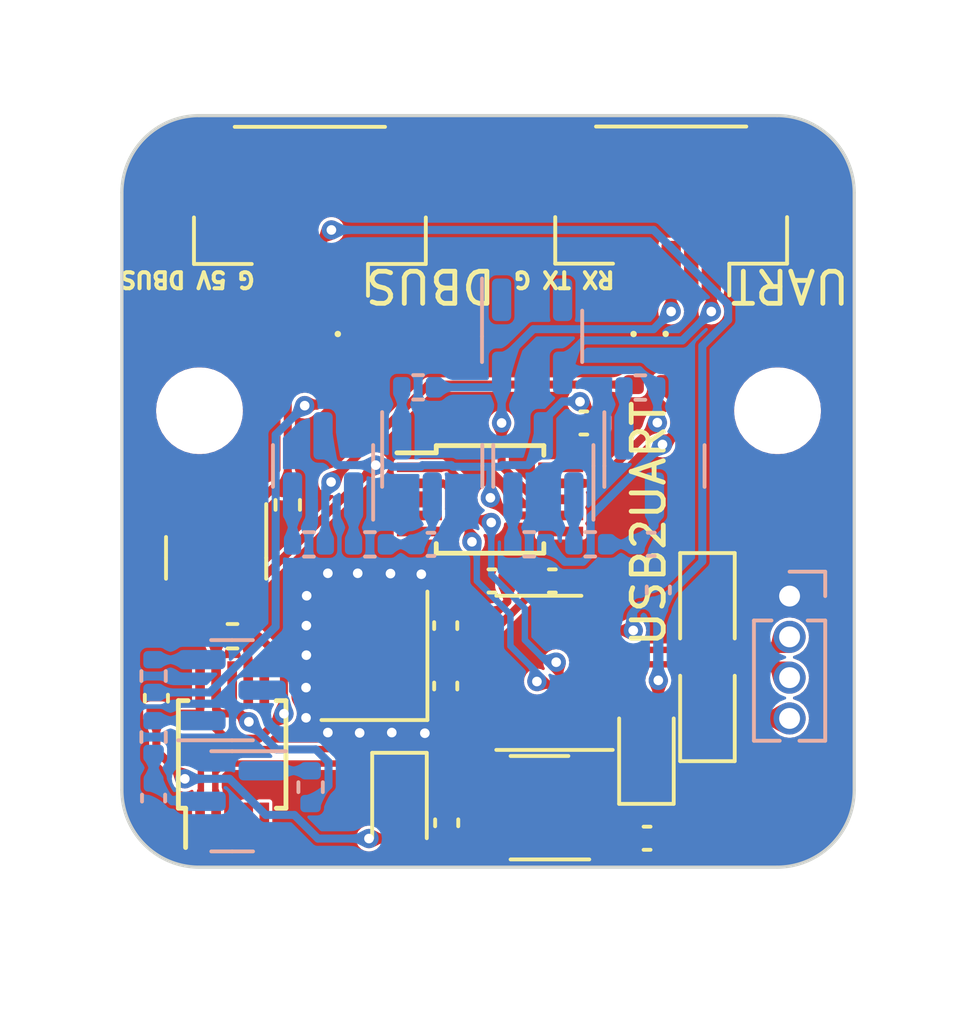
<source format=kicad_pcb>
(kicad_pcb (version 20221018) (generator pcbnew)
  (layers (0 "F.Cu" signal) (31 "B.Cu" signal) (34 "B.Paste" user) (35 "F.Paste" user) (36 "B.SilkS" user "B.Silkscreen") (37 "F.SilkS" user "F.Silkscreen") (38 "B.Mask" user) (39 "F.Mask" user) (44 "Edge.Cuts" user))
  (net 0 "")
  (net 1 "/USB_HUB/XOUT")
  (net 2 "GND")
  (net 3 "+5V")
  (net 4 "/USB_HUB/XIN")
  (net 5 "Net-(U1-VDD33)")
  (net 6 "Net-(U1-VDD18)")
  (net 7 "VCC")
  (net 8 "Net-(Q2-E)")
  (net 9 "Net-(Q4-E)")
  (net 10 "Net-(Q5-E)")
  (net 11 "/USB_HUB/D-")
  (net 12 "/USB_HUB/D+")
  (net 13 "Net-(D5-A)")
  (net 14 "Net-(D6-A)")
  (net 15 "Net-(D7-A)")
  (net 16 "/DBUS/DBus")
  (net 17 "/UART/RXD")
  (net 18 "/UART/TXD")
  (net 19 "Net-(Q1-C)")
  (net 20 "Net-(Q2-B)")
  (net 21 "Net-(Q3-B)")
  (net 22 "Net-(Q3-C)")
  (net 23 "Net-(Q4-B)")
  (net 24 "Net-(Q5-B)")
  (net 25 "Net-(Q6-B)")
  (net 26 "Net-(Q6-C)")
  (net 27 "Net-(Q7-B)")
  (net 28 "Net-(Q7-C)")
  (net 29 "/DBUS/D+")
  (net 30 "/DBUS/D-")
  (net 35 "/UART/D+")
  (net 36 "/UART/D-")
  (footprint "Package_TO_SOT_SMD:SOT-23-5_HandSoldering" (layer "F.Cu") (at 152.9 63.65 180)
    (fp_text reference "U5" hide)
    (fp_text value "HX9193")
  )
  (footprint "Capacitor_SMD:C_0402_1005Metric" (layer "F.Cu") (at 150.01 64.12 90)
    (fp_text reference "C13" hide)
    (fp_text value "100n")
  )
  (footprint "LED_SMD:LED_0402_1005Metric" (layer "F.Cu") (at 156.83 49.9875 -90)
    (fp_text reference "D7" hide)
    (fp_text value "BLUE")
  )
  (footprint "Capacitor_SMD:C_0402_1005Metric" (layer "F.Cu") (at 149.98 59.86 -90)
    (fp_text reference "C3" hide)
    (fp_text value "18p")
  )
  (footprint "Capacitor_SMD:C_0402_1005Metric" (layer "F.Cu") (at 153.3 56.59)
    (fp_text reference "C5" hide)
    (fp_text value "10u")
  )
  (footprint "Package_SO:MSOP-10_3x3mm_P0.5mm" (layer "F.Cu") (at 151.36 54.05)
    (fp_text reference "U3" hide)
    (fp_text value "CH340E")
  )
  (footprint "Resistor_SMD:R_0402_1005Metric" (layer "F.Cu") (at 143.34 58.31 180)
    (fp_text reference "R2" hide)
    (fp_text value "4.7K")
  )
  (footprint "EXTRA IC:SL2.1S-SSOP-16" (layer "F.Cu") (at 152.88 59.45 180)
    (fp_text reference "U1" hide)
    (fp_text value "SL2.1S")
  )
  (footprint "Package_SO:MSOP-10_3x3mm_P0.5mm" (layer "F.Cu") (at 143.33 61.99 90)
    (fp_text reference "U2" hide)
    (fp_text value "CH340E")
  )
  (footprint "Connector_JST:JST_GH_SM03B-GHS-TB_1x03-1MP_P1.25mm_Horizontal" (layer "F.Cu") (at 145.75 45.01 180)
    (fp_text reference "J1" hide)
    (fp_text value "Conn_01x03")
  )
  (footprint "Capacitor_SMD:C_0402_1005Metric" (layer "F.Cu") (at 154.28 51.67 180)
    (fp_text reference "C7" hide)
    (fp_text value "100n")
  )
  (footprint "Capacitor_SMD:C_0402_1005Metric" (layer "F.Cu") (at 140.97 60.24 90)
    (fp_text reference "C9" hide)
    (fp_text value "100n")
  )
  (footprint "Connector_JST:JST_GH_SM03B-GHS-TB_1x03-1MP_P1.25mm_Horizontal" (layer "F.Cu") (at 157 45 180)
    (fp_text reference "J3" hide)
    (fp_text value "Conn_01x03")
  )
  (footprint "Diode_SMD:D_SOD-323" (layer "F.Cu") (at 156.23 61.92 90)
    (fp_text reference "D1" hide)
    (fp_text value "BV05C")
  )
  (footprint "MountingHole:MountingHole_2.2mm_M2" (layer "F.Cu") (at 142.313 51.29)
    (fp_text reference "H1" hide)
    (fp_text value "MountingHole")
  )
  (footprint "Diode_SMD:D_SOD-323" (layer "F.Cu") (at 158.13 57.33 -90)
    (fp_text reference "D4" hide)
    (fp_text value "BV05C")
  )
  (footprint "LED_SMD:LED_0402_1005Metric" (layer "F.Cu") (at 155.83 49.99 -90)
    (fp_text reference "D6" hide)
    (fp_text value "RED")
  )
  (footprint "Diode_SMD:D_SOD-323" (layer "F.Cu") (at 158.13 60.59 90)
    (fp_text reference "D3" hide)
    (fp_text value "BV05C")
  )
  (footprint "Diode_SMD:D_SOD-323" (layer "F.Cu") (at 148.54 63.55 -90)
    (fp_text reference "D8" hide)
    (fp_text value "BV03C")
  )
  (footprint "Capacitor_SMD:C_0402_1005Metric" (layer "F.Cu") (at 149.98 57.98 90)
    (fp_text reference "C1" hide)
    (fp_text value "18p")
  )
  (footprint "Capacitor_SMD:C_0402_1005Metric" (layer "F.Cu") (at 151.42 56.59 180)
    (fp_text reference "C4" hide)
    (fp_text value "10u")
  )
  (footprint "Resistor_SMD:R_0402_1005Metric" (layer "F.Cu") (at 145.06 54.22 -90)
    (fp_text reference "R4" hide)
    (fp_text value "47K")
  )
  (footprint "LED_SMD:LED_0402_1005Metric" (layer "F.Cu") (at 146.62 49.99 -90)
    (fp_text reference "D5" hide)
    (fp_text value "YELLOW")
  )
  (footprint "Crystal:Crystal_SMD_3225-4Pin_3.2x2.5mm" (layer "F.Cu") (at 147.76 58.92 90)
    (fp_text reference "Y1" hide)
    (fp_text value "12M")
  )
  (footprint "MountingHole:MountingHole_2.2mm_M2" (layer "F.Cu") (at 160.313 51.29)
    (fp_text reference "H2" hide)
    (fp_text value "MountingHole")
  )
  (footprint "Capacitor_SMD:C_0402_1005Metric" (layer "F.Cu") (at 156.25 64.6)
    (fp_text reference "C12" hide)
    (fp_text value "100n")
  )
  (footprint "Package_TO_SOT_SMD:SOT-23" (layer "F.Cu") (at 142.83 55.87 -90)
    (fp_text reference "Q1" hide)
    (fp_text value "S8050")
  )
  (footprint "Resistor_SMD:R_0402_1005Metric" (layer "B.Cu") (at 147.62 55.45 180)
    (fp_text reference "R9" hide)
    (fp_text value "1K")
  )
  (footprint "Package_TO_SOT_SMD:SOT-23" (layer "B.Cu") (at 156.48 53.01 -90)
    (fp_text reference "Q5" hide)
    (fp_text value "Q_PNP_BCE")
  )
  (footprint "Package_TO_SOT_SMD:SOT-23" (layer "B.Cu") (at 149.56 53.0075 -90)
    (fp_text reference "Q4" hide)
    (fp_text value "Q_PNP_BCE")
  )
  (footprint "Package_TO_SOT_SMD:SOT-23" (layer "B.Cu") (at 146.16 53.0075 90)
    (fp_text reference "Q6" hide)
    (fp_text value "Q_PNP_BCE")
  )
  (footprint "Package_TO_SOT_SMD:SOT-23" (layer "B.Cu") (at 143.33 63.45 180)
    (fp_text reference "Q2" hide)
    (fp_text value "Q_PNP_BCE")
  )
  (footprint "Capacitor_SMD:C_0402_1005Metric" (layer "B.Cu") (at 140.8825 63.35 -90)
    (fp_text reference "C8" hide)
    (fp_text value "1u")
  )
  (footprint "Resistor_SMD:R_0402_1005Metric" (layer "B.Cu") (at 140.8825 61.45 90)
    (fp_text reference "R5" hide)
    (fp_text value "1K")
  )
  (footprint "Resistor_SMD:R_0402_1005Metric" (layer "B.Cu") (at 140.8825 59.55 -90)
    (fp_text reference "R6" hide)
    (fp_text value "240")
  )
  (footprint "Resistor_SMD:R_0402_1005Metric" (layer "B.Cu") (at 152.58 55.4475)
    (fp_text reference "R12" hide)
    (fp_text value "240")
  )
  (footprint "Resistor_SMD:R_0402_1005Metric" (layer "B.Cu") (at 145.7725 63.01 90)
    (fp_text reference "R3" hide)
    (fp_text value "1K")
  )
  (footprint "Capacitor_SMD:C_0402_1005Metric" (layer "B.Cu") (at 156.38 55.4475)
    (fp_text reference "C11" hide)
    (fp_text value "1u")
  )
  (footprint "Capacitor_SMD:C_0402_1005Metric" (layer "B.Cu") (at 156.6 56.87 90)
    (fp_text reference "C2" hide)
    (fp_text value "100n")
  )
  (footprint "Resistor_SMD:R_0402_1005Metric" (layer "B.Cu") (at 156.04 50.5675 180)
    (fp_text reference "R8" hide)
    (fp_text value "1K")
  )
  (footprint "Package_TO_SOT_SMD:SOT-23-5" (layer "B.Cu") (at 152.67 48.9725 -90)
    (fp_text reference "U4" hide)
    (fp_text value "ESDS314")
  )
  (footprint "Resistor_SMD:R_0402_1005Metric" (layer "B.Cu") (at 154.48 55.4475 180)
    (fp_text reference "R10" hide)
    (fp_text value "1K")
  )
  (footprint "Resistor_SMD:R_0402_1005Metric" (layer "B.Cu") (at 145.72 55.45)
    (fp_text reference "R11" hide)
    (fp_text value "240")
  )
  (footprint "Capacitor_SMD:C_0402_1005Metric" (layer "B.Cu") (at 149.52 55.45)
    (fp_text reference "C10" hide)
    (fp_text value "1u")
  )
  (footprint "Connector_PinHeader_1.27mm:PinHeader_1x04_P1.27mm_Vertical" (layer "B.Cu") (at 160.688 57.06 180)
    (fp_text reference "J2" hide)
    (fp_text value "Conn_01x04")
  )
  (footprint "Package_TO_SOT_SMD:SOT-23" (layer "B.Cu") (at 143.325 59.99)
    (fp_text reference "Q3" hide)
    (fp_text value "Q_PNP_BCE")
  )
  (footprint "Package_TO_SOT_SMD:SOT-23" (layer "B.Cu") (at 153.02 53.0075 90)
    (fp_text reference "Q7" hide)
    (fp_text value "Q_PNP_BCE")
  )
  (footprint "Resistor_SMD:R_0402_1005Metric" (layer "B.Cu") (at 149.12 50.56 180)
    (fp_text reference "R7" hide)
    (fp_text value "1K")
  )
  (gr_arc (start 160.3 42.1) (mid 161.997056 42.802944) (end 162.7 44.5) (stroke (width 0.1)) (layer "Edge.Cuts"))
  (gr_line (start 162.7 44.5) (end 162.7 63.1) (stroke (width 0.1)) (layer "Edge.Cuts"))
  (gr_arc (start 139.897056 44.5) (mid 140.6 42.802944) (end 142.297056 42.1) (stroke (width 0.1)) (layer "Edge.Cuts"))
  (gr_line (start 142.297056 42.1) (end 160.3 42.1) (stroke (width 0.1)) (layer "Edge.Cuts"))
  (gr_arc (start 142.297056 65.5) (mid 140.6 64.797056) (end 139.897056 63.1) (stroke (width 0.1)) (layer "Edge.Cuts"))
  (gr_line (start 139.897056 63.1) (end 139.897056 44.5) (stroke (width 0.1)) (layer "Edge.Cuts"))
  (gr_arc (start 162.7 63.1) (mid 161.997056 64.797056) (end 160.3 65.5) (stroke (width 0.1)) (layer "Edge.Cuts"))
  (gr_line (start 142.297056 65.5) (end 160.3 65.5) (stroke (width 0.1)) (layer "Edge.Cuts"))
  (gr_text "RX TX G" (at 155.3 47.2 180) (layer "F.SilkS") (effects (font (size 0.5 0.5) (thickness 0.125) bold) (justify left)))
  (gr_text "G 5V DBUS" (at 144.1 47.2 180) (layer "F.SilkS") (effects (font (size 0.5 0.5) (thickness 0.125) bold) (justify left)))
  (gr_text "DBUS" (at 149.5 47.4 180) (layer "F.SilkS") (effects (font (size 1 1))))
  (gr_text "USB2UART" (at 156.3 54.8 90) (layer "F.SilkS") (effects (font (size 1 1))))
  (gr_text "UART" (at 160.7 47.4 180) (layer "F.SilkS") (effects (font (size 1 1))))
  (segment (start 150.175 58.655) (end 149.98 58.46) (width 0.25) (layer "F.Cu") (net 1))
  (segment (start 149.695 58.745) (end 149.98 58.46) (width 0.25) (layer "F.Cu") (net 1))
  (segment (start 147.835 58.745) (end 149.695 58.745) (width 0.25) (layer "F.Cu") (net 1))
  (segment (start 146.91 57.82) (end 147.835 58.745) (width 0.25) (layer "F.Cu") (net 1))
  (segment (start 151.08 58.655) (end 150.175 58.655) (width 0.25) (layer "F.Cu") (net 1))
  (segment (start 148.29 61.32) (end 148.3 61.31) (width 0.25) (layer "F.Cu") (net 2))
  (segment (start 149.98 60.91) (end 149.98 60.34) (width 0.25) (layer "F.Cu") (net 2))
  (segment (start 145.65 57) (end 145.65 57.05) (width 0.25) (layer "F.Cu") (net 2))
  (segment (start 146.26 56.39) (end 145.65 57) (width 0.25) (layer "F.Cu") (net 2))
  (segment (start 148.63 56.39) (end 148.29 56.39) (width 0.25) (layer "F.Cu") (net 2))
  (segment (start 145.65 57.99) (end 145.65 58.89) (width 0.25) (layer "F.Cu") (net 2))
  (segment (start 147.28 56.39) (end 147.24 56.35) (width 0.25) (layer "F.Cu") (net 2))
  (segment (start 145.65 57.97) (end 145.64 57.98) (width 0.25) (layer "F.Cu") (net 2))
  (segment (start 148.31 61.32) (end 149.32 61.32) (width 0.25) (layer "F.Cu") (net 2))
  (segment (start 145.65 58.91) (end 145.65 59.89) (width 0.25) (layer "F.Cu") (net 2))
  (segment (start 149.32 61.32) (end 149.33 61.33) (width 0.25) (layer "F.Cu") (net 2))
  (segment (start 148.61 56.41) (end 148.63 56.39) (width 0.25) (layer "F.Cu") (net 2))
  (segment (start 146.3 61.32) (end 146.31 61.31) (width 0.25) (layer "F.Cu") (net 2))
  (segment (start 145.64 57.98) (end 145.65 57.99) (width 0.25) (layer "F.Cu") (net 2))
  (segment (start 149.98 57.07) (end 149.3 56.39) (width 0.25) (layer "F.Cu") (net 2))
  (segment (start 149.23 56.39) (end 149.22 56.38) (width 0.25) (layer "F.Cu") (net 2))
  (segment (start 146.27 56.39) (end 146.26 56.39) (width 0.25) (layer "F.Cu") (net 2))
  (segment (start 148.61 57.82) (end 148.61 56.41) (width 0.25) (layer "F.Cu") (net 2))
  (segment (start 145.64 58.9) (end 145.65 58.91) (width 0.25) (layer "F.Cu") (net 2))
  (segment (start 145.65 60.87) (end 146.1 61.32) (width 0.25) (layer "F.Cu") (net 2))
  (segment (start 149.98 57.5) (end 149.98 57.07) (width 0.25) (layer "F.Cu") (net 2))
  (segment (start 148.26 56.36) (end 148.23 56.39) (width 0.25) (layer "F.Cu") (net 2))
  (segment (start 146.1 61.32) (end 146.3 61.32) (width 0.25) (layer "F.Cu") (net 2))
  (segment (start 145.65 57.05) (end 145.65 57.97) (width 0.25) (layer "F.Cu") (net 2))
  (segment (start 146.31 61.31) (end 146.32 61.32) (width 0.25) (layer "F.Cu") (net 2))
  (segment (start 147.2 56.39) (end 146.35 56.39) (width 0.25) (layer "F.Cu") (net 2))
  (segment (start 146.35 56.39) (end 146.31 56.35) (width 0.25) (layer "F.Cu") (net 2))
  (segment (start 146.31 56.35) (end 146.27 56.39) (width 0.25) (layer "F.Cu") (net 2))
  (segment (start 145.65 58.89) (end 145.64 58.9) (width 0.25) (layer "F.Cu") (net 2))
  (segment (start 149.34 61.32) (end 149.57 61.32) (width 0.25) (layer "F.Cu") (net 2))
  (segment (start 145.65 59.93) (end 145.63 60.85) (width 0.25) (layer "F.Cu") (net 2))
  (segment (start 149.33 61.33) (end 149.34 61.32) (width 0.25) (layer "F.Cu") (net 2))
  (segment (start 146.91 61.32) (end 147.3 61.32) (width 0.25) (layer "F.Cu") (net 2))
  (segment (start 147.3 61.32) (end 148.29 61.32) (width 0.25) (layer "F.Cu") (net 2))
  (segment (start 146.32 61.32) (end 146.91 61.32) (width 0.25) (layer "F.Cu") (net 2))
  (segment (start 145.63 59.91) (end 145.65 59.93) (width 0.25) (layer "F.Cu") (net 2))
  (segment (start 147.24 56.35) (end 147.2 56.39) (width 0.25) (layer "F.Cu") (net 2))
  (segment (start 149.21 56.39) (end 148.63 56.39) (width 0.25) (layer "F.Cu") (net 2))
  (segment (start 149.22 56.38) (end 149.21 56.39) (width 0.25) (layer "F.Cu") (net 2))
  (segment (start 148.23 56.39) (end 147.28 56.39) (width 0.25) (layer "F.Cu") (net 2))
  (segment (start 145.65 59.89) (end 145.63 59.91) (width 0.25) (layer "F.Cu") (net 2))
  (segment (start 146.91 60.02) (end 146.91 61.32) (width 0.25) (layer "F.Cu") (net 2))
  (segment (start 149.3 56.39) (end 149.23 56.39) (width 0.25) (layer "F.Cu") (net 2))
  (segment (start 145.63 60.85) (end 145.65 60.87) (width 0.25) (layer "F.Cu") (net 2))
  (segment (start 148.3 61.31) (end 148.31 61.32) (width 0.25) (layer "F.Cu") (net 2))
  (segment (start 149.57 61.32) (end 149.98 60.91) (width 0.25) (layer "F.Cu") (net 2))
  (segment (start 148.29 56.39) (end 148.26 56.36) (width 0.25) (layer "F.Cu") (net 2))
  (via (at 146.31 61.31) (size 0.6) (drill 0.3) (layers "F.Cu" "B.Cu") (net 2))
  (via (at 146.31 56.35) (size 0.6) (drill 0.3) (layers "F.Cu" "B.Cu") (net 2))
  (via (at 145.65 57.05) (size 0.6) (drill 0.3) (layers "F.Cu" "B.Cu") (net 2))
  (via (at 145.64 57.98) (size 0.6) (drill 0.3) (layers "F.Cu" "B.Cu") (net 2))
  (via (at 145.63 60.85) (size 0.6) (drill 0.3) (layers "F.Cu" "B.Cu") (net 2))
  (via (at 145.63 59.91) (size 0.6) (drill 0.3) (layers "F.Cu" "B.Cu") (net 2))
  (via (at 145.64 58.9) (size 0.6) (drill 0.3) (layers "F.Cu" "B.Cu") (net 2))
  (via (at 148.3 61.31) (size 0.6) (drill 0.3) (layers "F.Cu" "B.Cu") (net 2))
  (via (at 148.26 56.36) (size 0.6) (drill 0.3) (layers "F.Cu" "B.Cu") (net 2))
  (via (at 149.22 56.38) (size 0.6) (drill 0.3) (layers "F.Cu" "B.Cu") (net 2))
  (via (at 147.24 56.35) (size 0.6) (drill 0.3) (layers "F.Cu" "B.Cu") (net 2))
  (via (at 147.3 61.32) (size 0.6) (drill 0.3) (layers "F.Cu" "B.Cu") (net 2))
  (via (at 149.33 61.33) (size 0.6) (drill 0.3) (layers "F.Cu" "B.Cu") (net 2))
  (segment (start 156.23 61.9) (end 155.43 62.7) (width 0.32) (layer "F.Cu") (net 3))
  (segment (start 155.82 58.13) (end 154.685 58.13) (width 0.25) (layer "F.Cu") (net 3))
  (segment (start 156.23 60.87) (end 156.23 61.9) (width 0.32) (layer "F.Cu") (net 3))
  (segment (start 145.75 46.86) (end 145.75 46.33) (width 0.25) (layer "F.Cu") (net 3))
  (segment (start 160.688 60.87) (end 156.23 60.87) (width 0.32) (layer "F.Cu") (net 3))
  (segment (start 155.43 62.7) (end 154.25 62.7) (width 0.32) (layer "F.Cu") (net 3))
  (segment (start 154.25 62.7) (end 153.575 62.7) (width 0.32) (layer "F.Cu") (net 3))
  (segment (start 156.6 60.5) (end 156.23 60.87) (width 0.32) (layer "F.Cu") (net 3))
  (segment (start 153.575 62.7) (end 153.2 63.075) (width 0.32) (layer "F.Cu") (net 3))
  (segment (start 155.77 64.6) (end 154.25 64.6) (width 0.32) (layer "F.Cu") (net 3))
  (segment (start 156.6 59.684501) (end 156.6 60.5) (width 0.32) (layer "F.Cu") (net 3))
  (segment (start 153.2 63.075) (end 153.2 64.225) (width 0.32) (layer "F.Cu") (net 3))
  (segment (start 145.75 46.33) (end 146.42 45.66) (width 0.25) (layer "F.Cu") (net 3))
  (segment (start 153.2 64.225) (end 153.575 64.6) (width 0.32) (layer "F.Cu") (net 3))
  (segment (start 153.575 64.6) (end 154.25 64.6) (width 0.32) (layer "F.Cu") (net 3))
  (segment (start 154.685 58.13) (end 154.68 58.125) (width 0.25) (layer "F.Cu") (net 3))
  (via (at 146.42 45.66) (size 0.6) (drill 0.3) (layers "F.Cu" "B.Cu") (net 3))
  (via (at 155.82 58.13) (size 0.6) (drill 0.3) (layers "F.Cu" "B.Cu") (net 3))
  (via (at 156.6 59.684501) (size 0.6) (drill 0.3) (layers "F.Cu" "B.Cu") (net 3))
  (segment (start 146.42 45.66) (end 156.452463 45.66) (width 0.25) (layer "B.Cu") (net 3))
  (segment (start 158.775 47.982537) (end 158.775 48.465) (width 0.25) (layer "B.Cu") (net 3))
  (segment (start 155.82 57.55) (end 156.02 57.35) (width 0.25) (layer "B.Cu") (net 3))
  (segment (start 156.452463 45.66) (end 158.775 47.982537) (width 0.25) (layer "B.Cu") (net 3))
  (segment (start 156.6 59.684501) (end 156.6 57.35) (width 0.32) (layer "B.Cu") (net 3))
  (segment (start 155.82 58.13) (end 155.82 57.55) (width 0.25) (layer "B.Cu") (net 3))
  (segment (start 157.97 55.98) (end 156.6 57.35) (width 0.25) (layer "B.Cu") (net 3))
  (segment (start 156.02 57.35) (end 156.6 57.35) (width 0.25) (layer "B.Cu") (net 3))
  (segment (start 158.775 48.465) (end 157.97 49.27) (width 0.25) (layer "B.Cu") (net 3))
  (segment (start 157.97 49.27) (end 157.97 55.98) (width 0.25) (layer "B.Cu") (net 3))
  (segment (start 149.98 59.38) (end 149.25 59.38) (width 0.25) (layer "F.Cu") (net 4))
  (segment (start 149.25 59.38) (end 148.61 60.02) (width 0.25) (layer "F.Cu") (net 4))
  (segment (start 151.08 59.185) (end 150.175 59.185) (width 0.25) (layer "F.Cu") (net 4))
  (segment (start 150.175 59.185) (end 149.98 59.38) (width 0.25) (layer "F.Cu") (net 4))
  (segment (start 151.9 57.23) (end 151.9 56.59) (width 0.25) (layer "F.Cu") (net 5))
  (segment (start 151.535 57.595) (end 151.9 57.23) (width 0.25) (layer "F.Cu") (net 5))
  (segment (start 151.08 57.595) (end 151.535 57.595) (width 0.25) (layer "F.Cu") (net 5))
  (segment (start 151.08 58.125) (end 151.499974 58.125) (width 0.25) (layer "F.Cu") (net 6))
  (segment (start 152.82 56.804974) (end 152.82 56.59) (width 0.25) (layer "F.Cu") (net 6))
  (segment (start 151.499974 58.125) (end 152.82 56.804974) (width 0.25) (layer "F.Cu") (net 6))
  (segment (start 144.15 58.31) (end 144.942087 59.102087) (width 0.25) (layer "F.Cu") (net 7))
  (segment (start 143.83 59.79) (end 143.83 58.33) (width 0.25) (layer "F.Cu") (net 7))
  (segment (start 154.76 52.45) (end 154.16 53.05) (width 0.25) (layer "F.Cu") (net 7))
  (segment (start 143.14 61.5) (end 142.33 60.69) (width 0.25) (layer "F.Cu") (net 7))
  (segment (start 154.76 51.67) (end 154.76 51.606558) (width 0.25) (layer "F.Cu") (net 7))
  (segment (start 143.83 58.33) (end 143.85 58.31) (width 0.25) (layer "F.Cu") (net 7))
  (segment (start 144.942087 59.102087) (end 144.942087 60.723198) (width 0.25) (layer "F.Cu") (net 7))
  (segment (start 144.942087 60.723198) (end 144.165285 61.5) (width 0.25) (layer "F.Cu") (net 7))
  (segment (start 154.76 51.67) (end 154.76 52.45) (width 0.25) (layer "F.Cu") (net 7))
  (segment (start 153.56 54.55) (end 151.9205 54.55) (width 0.25) (layer "F.Cu") (net 7))
  (segment (start 154.16 53.05) (end 153.56 53.05) (width 0.25) (layer "F.Cu") (net 7))
  (segment (start 140.97 61.865) (end 141.8555 62.7505) (width 0.25) (layer "F.Cu") (net 7))
  (segment (start 140.97 60.72) (end 140.97 61.865) (width 0.25) (layer "F.Cu") (net 7))
  (segment (start 142.3 60.72) (end 140.97 60.72) (width 0.25) (layer "F.Cu") (net 7))
  (segment (start 154.76 51.606558) (end 154.161515 51.008073) (width 0.25) (layer "F.Cu") (net 7))
  (segment (start 144.165285 61.5) (end 143.14 61.5) (width 0.25) (layer "F.Cu") (net 7))
  (segment (start 142.33 59.79) (end 142.33 60.69) (width 0.25) (layer "F.Cu") (net 7))
  (segment (start 142.33 60.69) (end 142.3 60.72) (width 0.25) (layer "F.Cu") (net 7))
  (segment (start 150.01 64.6) (end 148.54 64.6) (width 0.25) (layer "F.Cu") (net 7))
  (segment (start 151.9205 54.55) (end 151.3705 54) (width 0.25) (layer "F.Cu") (net 7))
  (segment (start 148.53 64.61) (end 148.54 64.6) (width 0.25) (layer "F.Cu") (net 7))
  (segment (start 143.85 58.31) (end 144.15 58.31) (width 0.25) (layer "F.Cu") (net 7))
  (segment (start 143.85 56.9325) (end 147.8 52.9825) (width 0.25) (layer "F.Cu") (net 7))
  (segment (start 151.55 64.6) (end 150.01 64.6) (width 0.25) (layer "F.Cu") (net 7))
  (segment (start 143.85 58.31) (end 143.85 56.9325) (width 0.25) (layer "F.Cu") (net 7))
  (segment (start 147.59 64.61) (end 148.53 64.61) (width 0.25) (layer "F.Cu") (net 7))
  (via (at 151.3705 54) (size 0.6) (drill 0.3) (layers "F.Cu" "B.Cu") (net 7))
  (via (at 147.8 52.9825) (size 0.6) (drill 0.3) (layers "F.Cu" "B.Cu") (net 7))
  (via (at 144.942087 60.723198) (size 0.6) (drill 0.3) (layers "F.Cu" "B.Cu") (net 7))
  (via (at 141.8555 62.7505) (size 0.6) (drill 0.3) (layers "F.Cu" "B.Cu") (net 7))
  (via (at 147.59 64.61) (size 0.6) (drill 0.3) (layers "F.Cu" "B.Cu") (net 7))
  (via (at 154.161515 51.008073) (size 0.6) (drill 0.3) (layers "F.Cu" "B.Cu") (net 7))
  (segment (start 144.942087 60.212087) (end 144.72 59.99) (width 0.25) (layer "B.Cu") (net 7))
  (segment (start 146.16 52.54) (end 146.6025 52.9825) (width 0.25) (layer "B.Cu") (net 7))
  (segment (start 146.6025 52.9825) (end 147.8 52.9825) (width 0.25) (layer "B.Cu") (net 7))
  (segment (start 151.6875 53.0325) (end 151.7375 52.9825) (width 0.25) (layer "B.Cu") (net 7))
  (segment (start 154.161515 51.008073) (end 153.611927 51.008073) (width 0.25) (layer "B.Cu") (net 7))
  (segment (start 146.16 52.07) (end 146.16 52.54) (width 0.25) (layer "B.Cu") (net 7))
  (segment (start 149.25467 52.9825) (end 150.15467 52.9825) (width 0.25) (layer "B.Cu") (net 7))
  (segment (start 141.8555 62.7505) (end 143.25017 62.7505) (width 0.25) (layer "B.Cu") (net 7))
  (segment (start 143.25017 62.7505) (end 144.37467 63.875) (width 0.25) (layer "B.Cu") (net 7))
  (segment (start 149.20467 53.0325) (end 149.25467 52.9825) (width 0.25) (layer "B.Cu") (net 7))
  (segment (start 144.37467 63.875) (end 145.265 63.875) (width 0.25) (layer "B.Cu") (net 7))
  (segment (start 146 64.61) (end 147.59 64.61) (width 0.25) (layer "B.Cu") (net 7))
  (segment (start 147.8 52.9825) (end 148.25467 52.9825) (width 0.25) (layer "B.Cu") (net 7))
  (segment (start 144.72 59.99) (end 144.2625 59.99) (width 0.25) (layer "B.Cu") (net 7))
  (segment (start 150.20467 53.0325) (end 151.4 53.0325) (width 0.25) (layer "B.Cu") (net 7))
  (segment (start 151.3705 54) (end 151.3705 53.062) (width 0.25) (layer "B.Cu") (net 7))
  (segment (start 148.30467 53.0325) (end 149.20467 53.0325) (width 0.25) (layer "B.Cu") (net 7))
  (segment (start 144.942087 60.723198) (end 144.942087 60.212087) (width 0.25) (layer "B.Cu") (net 7))
  (segment (start 151.3705 53.062) (end 151.4 53.0325) (width 0.25) (layer "B.Cu") (net 7))
  (segment (start 145.265 63.875) (end 146 64.61) (width 0.25) (layer "B.Cu") (net 7))
  (segment (start 151.7375 52.9825) (end 152.5525 52.9825) (width 0.25) (layer "B.Cu") (net 7))
  (segment (start 153.02 51.6) (end 153.02 52.07) (width 0.25) (layer "B.Cu") (net 7))
  (segment (start 153.611927 51.008073) (end 153.02 51.6) (width 0.25) (layer "B.Cu") (net 7))
  (segment (start 148.25467 52.9825) (end 148.30467 53.0325) (width 0.25) (layer "B.Cu") (net 7))
  (segment (start 150.15467 52.9825) (end 150.20467 53.0325) (width 0.25) (layer "B.Cu") (net 7))
  (segment (start 153.02 52.515) (end 152.5525 52.9825) (width 0.25) (layer "B.Cu") (net 7))
  (segment (start 151.4 53.0325) (end 151.6875 53.0325) (width 0.25) (layer "B.Cu") (net 7))
  (segment (start 153.02 52.07) (end 153.02 52.515) (width 0.25) (layer "B.Cu") (net 7))
  (segment (start 140.8825 62.87) (end 140.8825 61.96) (width 0.25) (layer "B.Cu") (net 8))
  (segment (start 142.3925 63.45) (end 141.4625 63.45) (width 0.25) (layer "B.Cu") (net 8))
  (segment (start 141.4625 63.45) (end 140.8825 62.87) (width 0.25) (layer "B.Cu") (net 8))
  (segment (start 148.13 55.45) (end 149.04 55.45) (width 0.25) (layer "B.Cu") (net 9))
  (segment (start 149.56 53.945) (end 149.56 54.93) (width 0.25) (layer "B.Cu") (net 9))
  (segment (start 149.56 54.93) (end 149.04 55.45) (width 0.25) (layer "B.Cu") (net 9))
  (segment (start 156.48 54.8675) (end 155.9 55.4475) (width 0.25) (layer "B.Cu") (net 10))
  (segment (start 156.48 53.9475) (end 156.48 54.8675) (width 0.25) (layer "B.Cu") (net 10))
  (segment (start 155.9 55.4475) (end 154.99 55.4475) (width 0.25) (layer "B.Cu") (net 10))
  (segment (start 160.688 59.6) (end 160.278 59.19) (width 0.2) (layer "F.Cu") (net 11))
  (segment (start 159.3618 59.19) (end 159.356801 59.185001) (width 0.2) (layer "F.Cu") (net 11))
  (segment (start 160.278 59.19) (end 159.3618 59.19) (width 0.2) (layer "F.Cu") (net 11))
  (segment (start 159.356801 59.185001) (end 158.484999 59.185001) (width 0.2) (layer "F.Cu") (net 11))
  (segment (start 158.484999 59.185001) (end 158.13 59.54) (width 0.2) (layer "F.Cu") (net 11))
  (segment (start 157.775001 59.185001) (end 158.13 59.54) (width 0.2) (layer "F.Cu") (net 11))
  (segment (start 154.68 59.185) (end 157.775001 59.185001) (width 0.2) (layer "F.Cu") (net 11))
  (segment (start 158.484999 58.734999) (end 158.13 58.38) (width 0.2) (layer "F.Cu") (net 12))
  (segment (start 160.278 58.74) (end 159.5482 58.74) (width 0.2) (layer "F.Cu") (net 12))
  (segment (start 160.688 58.33) (end 160.278 58.74) (width 0.2) (layer "F.Cu") (net 12))
  (segment (start 157.775001 58.734999) (end 158.13 58.38) (width 0.2) (layer "F.Cu") (net 12))
  (segment (start 159.5482 58.74) (end 159.543199 58.734999) (width 0.2) (layer "F.Cu") (net 12))
  (segment (start 154.68 58.655) (end 154.759999 58.734999) (width 0.2) (layer "F.Cu") (net 12))
  (segment (start 154.759999 58.734999) (end 157.775001 58.734999) (width 0.2) (layer "F.Cu") (net 12))
  (segment (start 159.543199 58.734999) (end 158.484999 58.734999) (width 0.2) (layer "F.Cu") (net 12))
  (segment (start 145.964787 51.130213) (end 146.62 50.475) (width 0.25) (layer "F.Cu") (net 13))
  (segment (start 145.588284 51.130213) (end 145.964787 51.130213) (width 0.25) (layer "F.Cu") (net 13))
  (via (at 145.588284 51.130213) (size 0.6) (drill 0.3) (layers "F.Cu" "B.Cu") (net 13))
  (segment (start 144.685 52.033497) (end 145.588284 51.130213) (width 0.25) (layer "B.Cu") (net 13))
  (segment (start 144.685 58.01033) (end 144.685 52.033497) (width 0.25) (layer "B.Cu") (net 13))
  (segment (start 140.8825 60.06) (end 142.63533 60.06) (width 0.25) (layer "B.Cu") (net 13))
  (segment (start 142.63533 60.06) (end 144.685 58.01033) (width 0.25) (layer "B.Cu") (net 13))
  (segment (start 149.4425 50.475) (end 155.83 50.475) (width 0.25) (layer "F.Cu") (net 14))
  (segment (start 146.4105 53.507) (end 149.4425 50.475) (width 0.25) (layer "F.Cu") (net 14))
  (via (at 146.4105 53.507) (size 0.6) (drill 0.3) (layers "F.Cu" "B.Cu") (net 14))
  (segment (start 146.23 55.45) (end 146.23 53.6875) (width 0.25) (layer "B.Cu") (net 14))
  (segment (start 146.23 53.6875) (end 146.4105 53.507) (width 0.25) (layer "B.Cu") (net 14))
  (segment (start 157.095 50.7375) (end 156.83 50.4725) (width 0.25) (layer "F.Cu") (net 15))
  (segment (start 157.095 51.976339) (end 157.095 50.7375) (width 0.25) (layer "F.Cu") (net 15))
  (segment (start 156.7305 52.340839) (end 157.095 51.976339) (width 0.25) (layer "F.Cu") (net 15))
  (via (at 156.7305 52.340839) (size 0.6) (drill 0.3) (layers "F.Cu" "B.Cu") (net 15))
  (segment (start 153.140883 55.4475) (end 153.685883 55.9925) (width 0.25) (layer "B.Cu") (net 15))
  (segment (start 153.685883 55.9925) (end 154.254117 55.9925) (width 0.25) (layer "B.Cu") (net 15))
  (segment (start 154.495 55.751617) (end 154.495 54.576339) (width 0.25) (layer "B.Cu") (net 15))
  (segment (start 154.495 54.576339) (end 156.7305 52.340839) (width 0.25) (layer "B.Cu") (net 15))
  (segment (start 153.09 55.4475) (end 153.140883 55.4475) (width 0.25) (layer "B.Cu") (net 15))
  (segment (start 154.254117 55.9925) (end 154.495 55.751617) (width 0.25) (layer "B.Cu") (net 15))
  (segment (start 143.78 54.9325) (end 143.78 54.52) (width 0.25) (layer "F.Cu") (net 16))
  (segment (start 145.06 53.71) (end 145.06 47.96) (width 0.25) (layer "F.Cu") (net 16))
  (segment (start 143.78 54.52) (end 144.59 53.71) (width 0.25) (layer "F.Cu") (net 16))
  (segment (start 144.59 53.71) (end 145.06 53.71) (width 0.25) (layer "F.Cu") (net 16))
  (segment (start 145.06 47.96) (end 144.5 47.4) (width 0.25) (layer "F.Cu") (net 16))
  (segment (start 144.5 47.4) (end 144.5 46.86) (width 0.25) (layer "F.Cu") (net 16))
  (segment (start 158.25 48.2) (end 158.25 46.85) (width 0.25) (layer "F.Cu") (net 17))
  (segment (start 154.68 53.55) (end 156.57 51.66) (width 0.25) (layer "F.Cu") (net 17))
  (segment (start 153.56 53.55) (end 154.68 53.55) (width 0.25) (layer "F.Cu") (net 17))
  (via (at 156.57 51.66) (size 0.6) (drill 0.3) (layers "F.Cu" "B.Cu") (net 17))
  (via (at 158.25 48.2) (size 0.6) (drill 0.3) (layers "F.Cu" "B.Cu") (net 17))
  (segment (start 156.57 50.5875) (end 156.55 50.5675) (width 0.25) (layer "B.Cu") (net 17))
  (segment (start 154.27 49.1) (end 157.35 49.1) (width 0.25) (layer "B.Cu") (net 17))
  (segment (start 156.55 50.5675) (end 156.005 50.0225) (width 0.25) (layer "B.Cu") (net 17))
  (segment (start 153.62 50.11) (end 153.62 49.75) (width 0.25) (layer "B.Cu") (net 17))
  (segment (start 153.7075 50.0225) (end 153.62 50.11) (width 0.25) (layer "B.Cu") (net 17))
  (segment (start 157.35 49.1) (end 158.25 48.2) (width 0.25) (layer "B.Cu") (net 17))
  (segment (start 156.005 50.0225) (end 153.7075 50.0225) (width 0.25) (layer "B.Cu") (net 17))
  (segment (start 156.57 51.66) (end 156.57 50.5875) (width 0.25) (layer "B.Cu") (net 17))
  (segment (start 153.62 49.75) (end 154.27 49.1) (width 0.25) (layer "B.Cu") (net 17))
  (segment (start 152.76 54.05) (end 151.72 53.01) (width 0.25) (layer "F.Cu") (net 18))
  (segment (start 153.56 54.05) (end 152.76 54.05) (width 0.25) (layer "F.Cu") (net 18))
  (segment (start 151.72 53.01) (end 151.72 51.67) (width 0.25) (layer "F.Cu") (net 18))
  (segment (start 157 48.2) (end 157 46.85) (width 0.25) (layer "F.Cu") (net 18))
  (via (at 157 48.2) (size 0.6) (drill 0.3) (layers "F.Cu" "B.Cu") (net 18))
  (via (at 151.72 51.67) (size 0.6) (drill 0.3) (layers "F.Cu" "B.Cu") (net 18))
  (segment (start 151.72 51.67) (end 151.72 50.11) (width 0.25) (layer "B.Cu") (net 18))
  (segment (start 149.63 50.56) (end 151.67 50.56) (width 0.25) (layer "B.Cu") (net 18))
  (segment (start 151.72 50.11) (end 151.72 49.74) (width 0.25) (layer "B.Cu") (net 18))
  (segment (start 152.71 48.75) (end 156.45 48.75) (width 0.25) (layer "B.Cu") (net 18))
  (segment (start 151.72 49.74) (end 152.71 48.75) (width 0.25) (layer "B.Cu") (net 18))
  (segment (start 156.45 48.75) (end 157 48.2) (width 0.25) (layer "B.Cu") (net 18))
  (segment (start 142.83 56.8075) (end 142.83 58.31) (width 0.25) (layer "F.Cu") (net 19))
  (segment (start 142.83 58.31) (end 142.83 59.79) (width 0.25) (layer "F.Cu") (net 19))
  (segment (start 143.5895 60.715) (end 142.955 60.715) (width 0.25) (layer "F.Cu") (net 19))
  (segment (start 143.85 60.9755) (end 143.5895 60.715) (width 0.25) (layer "F.Cu") (net 19))
  (segment (start 142.955 60.715) (end 142.83 60.59) (width 0.25) (layer "F.Cu") (net 19))
  (segment (start 142.83 60.59) (end 142.83 59.79) (width 0.25) (layer "F.Cu") (net 19))
  (via (at 143.85 60.9755) (size 0.6) (drill 0.3) (layers "F.Cu" "B.Cu") (net 19))
  (segment (start 146.33 62.9625) (end 145.7725 63.52) (width 0.25) (layer "B.Cu") (net 19))
  (segment (start 144.7095 61.835) (end 145.936617 61.835) (width 0.25) (layer "B.Cu") (net 19))
  (segment (start 143.85 60.9755) (end 144.7095 61.835) (width 0.25) (layer "B.Cu") (net 19))
  (segment (start 146.33 62.228383) (end 146.33 62.9625) (width 0.25) (layer "B.Cu") (net 19))
  (segment (start 145.936617 61.835) (end 146.33 62.228383) (width 0.25) (layer "B.Cu") (net 19))
  (segment (start 144.2675 62.5) (end 145.7725 62.5) (width 0.25) (layer "B.Cu") (net 20))
  (segment (start 142.3875 60.94) (end 140.8825 60.94) (width 0.25) (layer "B.Cu") (net 21))
  (segment (start 140.8825 59.04) (end 142.3875 59.04) (width 0.25) (layer "B.Cu") (net 22))
  (segment (start 148.61 52.07) (end 148.61 50.56) (width 0.25) (layer "B.Cu") (net 23))
  (segment (start 155.53 52.0725) (end 155.53 50.5675) (width 0.25) (layer "B.Cu") (net 24))
  (segment (start 147.11 55.45) (end 147.11 53.945) (width 0.25) (layer "B.Cu") (net 25))
  (segment (start 145.21 53.945) (end 145.21 55.45) (width 0.25) (layer "B.Cu") (net 26))
  (segment (start 153.97 55.4475) (end 153.97 53.945) (width 0.25) (layer "B.Cu") (net 27))
  (segment (start 152.07 55.4475) (end 152.07 53.945) (width 0.25) (layer "B.Cu") (net 28))
  (segment (start 142.33 63.139999) (end 142.33 64.19) (width 0.2) (layer "F.Cu") (net 29))
  (segment (start 148.115 62.775) (end 147.165 61.825) (width 0.2) (layer "F.Cu") (net 29))
  (segment (start 148.298058 63) (end 148.115 62.816942) (width 0.2) (layer "F.Cu") (net 29))
  (segment (start 154.68 60.775) (end 154.640001 60.814999) (width 0.2) (layer "F.Cu") (net 29))
  (segment (start 149.7668 61.655) (end 148.965 62.4568) (width 0.2) (layer "F.Cu") (net 29))
  (segment (start 148.965 62.4568) (end 148.965 62.816942) (width 0.2) (layer "F.Cu") (net 29))
  (segment (start 147.165 61.825) (end 142.8868 61.825) (width 0.2) (layer "F.Cu") (net 29))
  (segment (start 142.8868 61.825) (end 142.355 62.3568) (width 0.2) (layer "F.Cu") (net 29))
  (segment (start 151.618909 61.655) (end 149.7668 61.655) (width 0.2) (layer "F.Cu") (net 29))
  (segment (start 148.781942 63) (end 148.298058 63) (width 0.2) (layer "F.Cu") (net 29))
  (segment (start 148.115 62.816942) (end 148.115 62.775) (width 0.2) (layer "F.Cu") (net 29))
  (segment (start 142.355 62.3568) (end 142.355 63.114999) (width 0.2) (layer "F.Cu") (net 29))
  (segment (start 154.640001 60.814999) (end 152.45891 60.814999) (width 0.2) (layer "F.Cu") (net 29))
  (segment (start 142.355 63.114999) (end 142.33 63.139999) (width 0.2) (layer "F.Cu") (net 29))
  (segment (start 148.965 62.816942) (end 148.781942 63) (width 0.2) (layer "F.Cu") (net 29))
  (segment (start 152.45891 60.814999) (end 151.618909 61.655) (width 0.2) (layer "F.Cu") (net 29))
  (segment (start 151.805297 62.104981) (end 149.953219 62.104981) (width 0.2) (layer "F.Cu") (net 30))
  (segment (start 142.805 62.5432) (end 142.805 63.114999) (width 0.2) (layer "F.Cu") (net 30))
  (segment (start 152.645278 61.265001) (end 151.805297 62.104981) (width 0.2) (layer "F.Cu") (net 30))
  (segment (start 149.953219 62.104981) (end 149.414981 62.643219) (width 0.2) (layer "F.Cu") (net 30))
  (segment (start 149.414981 62.643219) (end 149.414981 63.003331) (width 0.2) (layer "F.Cu") (net 30))
  (segment (start 146.936689 62.275) (end 143.0732 62.275) (width 0.2) (layer "F.Cu") (net 30))
  (segment (start 142.83 63.139999) (end 142.83 64.19) (width 0.2) (layer "F.Cu") (net 30))
  (segment (start 149.414981 63.003331) (end 148.96833 63.449981) (width 0.2) (layer "F.Cu") (net 30))
  (segment (start 148.96833 63.449981) (end 148.111669 63.449981) (width 0.2) (layer "F.Cu") (net 30))
  (segment (start 143.0732 62.275) (end 142.805 62.5432) (width 0.2) (layer "F.Cu") (net 30))
  (segment (start 154.68 61.305) (end 154.640001 61.265001) (width 0.2) (layer "F.Cu") (net 30))
  (segment (start 154.640001 61.265001) (end 152.645278 61.265001) (width 0.2) (layer "F.Cu") (net 30))
  (segment (start 148.111669 63.449981) (end 146.936689 62.275) (width 0.2) (layer "F.Cu") (net 30))
  (segment (start 142.805 63.114999) (end 142.83 63.139999) (width 0.2) (layer "F.Cu") (net 30))
  (segment (start 150.509981 54.164208) (end 151.114639 54.768866) (width 0.2) (layer "F.Cu") (net 35))
  (segment (start 153.773198 59.754999) (end 153.420521 59.402322) (width 0.2) (layer "F.Cu") (net 35))
  (segment (start 154.640001 59.754999) (end 153.773198 59.754999) (width 0.2) (layer "F.Cu") (net 35))
  (segment (start 151.114639 54.768866) (end 151.397482 54.768866) (width 0.2) (layer "F.Cu") (net 35))
  (segment (start 149.16 53.05) (end 149.184999 53.074999) (width 0.2) (layer "F.Cu") (net 35))
  (segment (start 149.184999 53.074999) (end 150.071368 53.074999) (width 0.2) (layer "F.Cu") (net 35))
  (segment (start 150.071368 53.074999) (end 150.509981 53.513612) (width 0.2) (layer "F.Cu") (net 35))
  (segment (start 153.420521 59.402322) (end 153.420521 59.119479) (width 0.2) (layer "F.Cu") (net 35))
  (segment (start 154.68 59.715) (end 154.640001 59.754999) (width 0.2) (layer "F.Cu") (net 35))
  (segment (start 150.509981 53.513612) (end 150.509981 54.164208) (width 0.2) (layer "F.Cu") (net 35))
  (via (at 151.397482 54.768866) (size 0.6) (drill 0.3) (layers "F.Cu" "B.Cu") (net 35))
  (via (at 153.420521 59.119479) (size 0.6) (drill 0.3) (layers "F.Cu" "B.Cu") (net 35))
  (segment (start 151.397482 56.399282) (end 151.397482 54.768866) (width 0.2) (layer "B.Cu") (net 35))
  (segment (start 153.420521 59.119479) (end 153.137678 59.119479) (width 0.2) (layer "B.Cu") (net 35))
  (segment (start 152.445 57.4468) (end 151.397482 56.399282) (width 0.2) (layer "B.Cu") (net 35))
  (segment (start 153.137678 59.119479) (end 152.445 58.426801) (width 0.2) (layer "B.Cu") (net 35))
  (segment (start 152.445 58.426801) (end 152.445 57.4468) (width 0.2) (layer "B.Cu") (net 35))
  (segment (start 150.79644 55.087065) (end 150.79644 55.369908) (width 0.2) (layer "F.Cu") (net 36))
  (segment (start 149.184999 53.525001) (end 149.885001 53.525001) (width 0.2) (layer "F.Cu") (net 36))
  (segment (start 153.586802 60.205001) (end 153.102322 59.720521) (width 0.2) (layer "F.Cu") (net 36))
  (segment (start 154.640001 60.205001) (end 153.586802 60.205001) (width 0.2) (layer "F.Cu") (net 36))
  (segment (start 149.16 53.55) (end 149.184999 53.525001) (width 0.2) (layer "F.Cu") (net 36))
  (segment (start 149.885001 53.525001) (end 150.06 53.7) (width 0.2) (layer "F.Cu") (net 36))
  (segment (start 150.06 53.7) (end 150.06 54.350625) (width 0.2) (layer "F.Cu") (net 36))
  (segment (start 153.102322 59.720521) (end 152.819479 59.720521) (width 0.2) (layer "F.Cu") (net 36))
  (segment (start 154.68 60.245) (end 154.640001 60.205001) (width 0.2) (layer "F.Cu") (net 36))
  (segment (start 150.06 54.350625) (end 150.79644 55.087065) (width 0.2) (layer "F.Cu") (net 36))
  (via (at 150.79644 55.369908) (size 0.6) (drill 0.3) (layers "F.Cu" "B.Cu") (net 36))
  (via (at 152.819479 59.720521) (size 0.6) (drill 0.3) (layers "F.Cu" "B.Cu") (net 36))
  (segment (start 151.995 57.6332) (end 150.947481 56.585681) (width 0.2) (layer "B.Cu") (net 36))
  (segment (start 150.947481 55.520949) (end 150.79644 55.369908) (width 0.2) (layer "B.Cu") (net 36))
  (segment (start 152.819479 59.437678) (end 151.995 58.613199) (width 0.2) (layer "B.Cu") (net 36))
  (segment (start 152.819479 59.720521) (end 152.819479 59.437678) (width 0.2) (layer "B.Cu") (net 36))
  (segment (start 150.947481 56.585681) (end 150.947481 55.520949) (width 0.2) (layer "B.Cu") (net 36))
  (segment (start 151.995 58.613199) (end 151.995 57.6332) (width 0.2) (layer "B.Cu") (net 36))
  (zone (net 2) (net_name "GND") (layers "F&B.Cu") (connect_pads yes (clearance 0.1)) (min_thickness 0.1) (fill yes (thermal_gap 0.5) (thermal_bridge_width 0.5))
    (polygon (pts (xy 136.8 39.2) (xy 136.1 70.4) (xy 166.3 69.1) (xy 166.1 38.5)))
  )
)
</source>
